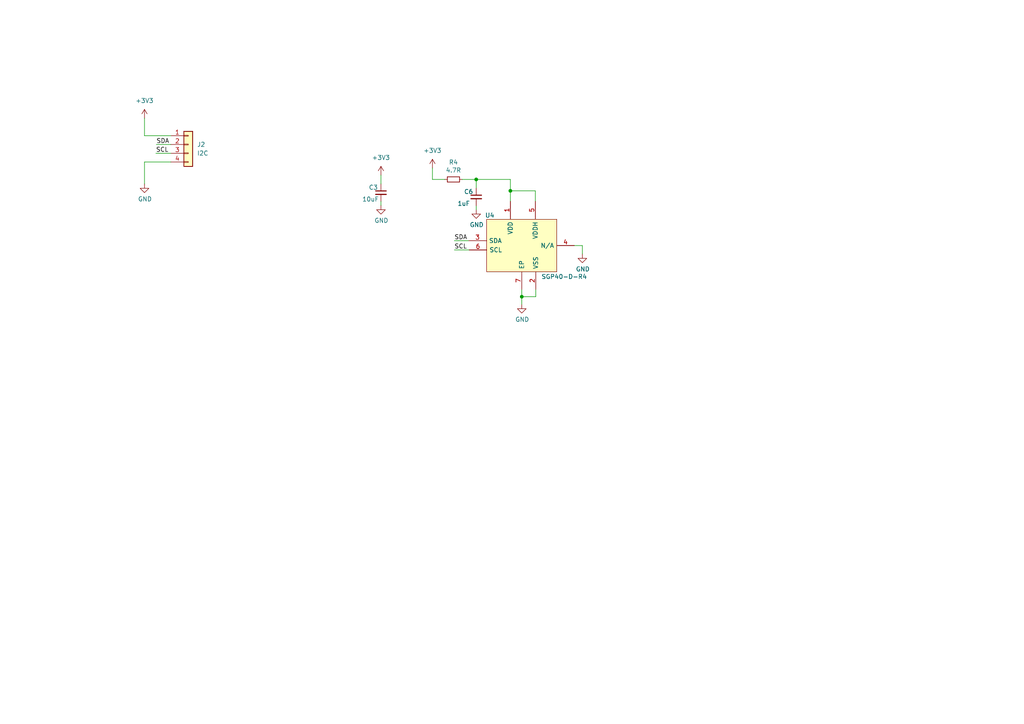
<source format=kicad_sch>
(kicad_sch (version 20211123) (generator eeschema)
  (paper "A4")
  (lib_symbols
    (symbol "Connector_Generic:Conn_01x04" (pin_names (offset 1.016) hide)
      (property "Reference" "J" (at 0 5.08 0))
      (property "Value" "Conn_01x04" (at 0 -7.62 0))
      (symbol "Conn_01x04_1_1"
        (rectangle (start -1.27 -4.953) (end 0 -5.207) (stroke (width 0.1524)))
        (rectangle (start -1.27 -2.413) (end 0 -2.667) (stroke (width 0.1524)))
        (rectangle (start -1.27 0.127) (end 0 -0.127) (stroke (width 0.1524)))
        (rectangle (start -1.27 2.667) (end 0 2.413) (stroke (width 0.1524)))
        (rectangle (start -1.27 3.81) (end 1.27 -6.35) (stroke (width 0.254)) (fill (type background)))
        (pin passive line (at -5.08 2.54 0) (length 3.81) (name "Pin_1") (number "1"))
        (pin passive line (at -5.08 0 0) (length 3.81) (name "Pin_2") (number "2"))
        (pin passive line (at -5.08 -2.54 0) (length 3.81) (name "Pin_3") (number "3"))
        (pin passive line (at -5.08 -5.08 0) (length 3.81) (name "Pin_4") (number "4"))
      )
    )
    (symbol "Device:C_Small" (pin_numbers hide) (pin_names (offset 0.254) hide)
      (property "Reference" "C" (at 0.254 1.778 0))
      (property "Value" "C_Small" (at 0.254 -2.032 0))
      (symbol "C_Small_0_1"
        (polyline (pts (xy -1.524 -0.508) (xy 1.524 -0.508)) (stroke (width 0.3302)))
        (polyline (pts (xy -1.524 0.508) (xy 1.524 0.508)) (stroke (width 0.3048)))
      )
      (symbol "C_Small_1_1"
        (pin passive line (at 0 2.54 270) (length 2.032) (name "~") (number "1"))
        (pin passive line (at 0 -2.54 90) (length 2.032) (name "~") (number "2"))
      )
    )
    (symbol "Device:R_Small" (pin_numbers hide) (pin_names (offset 0.254) hide)
      (property "Reference" "R" (at 0.762 0.508 0))
      (property "Value" "R_Small" (at 0.762 -1.016 0))
      (symbol "R_Small_0_1"
        (rectangle (start -0.762 1.778) (end 0.762 -1.778) (stroke (width 0.2032)))
      )
      (symbol "R_Small_1_1"
        (pin passive line (at 0 2.54 270) (length 0.762) (name "~") (number "1"))
        (pin passive line (at 0 -2.54 90) (length 0.762) (name "~") (number "2"))
      )
    )
    (symbol "hack-it-back:SGP40-D-R4" (pin_names (offset 0.762))
      (property "Reference" "U" (at 10.287 10.541 0))
      (property "Value" "SGP40-D-R4" (at 10.287 8.001 0))
      (symbol "SGP40-D-R4_0_0"
        (pin passive line (at -4.445 10.668 270) (length 5.08) (name "VDD") (number "1"))
        (pin passive line (at 2.921 -14.859 90) (length 5.08) (name "VSS") (number "2"))
        (pin passive line (at -16.51 -0.762 0) (length 5.08) (name "SDA") (number "3"))
        (pin passive line (at 14.097 -2.159 180) (length 5.08) (name "N/A") (number "4"))
        (pin passive line (at 2.794 10.668 270) (length 5.08) (name "VDDH") (number "5"))
        (pin passive line (at -16.383 -3.429 0) (length 5.08) (name "SCL") (number "6"))
        (pin passive line (at -1.143 -14.859 90) (length 5.08) (name "EP") (number "7"))
      )
      (symbol "SGP40-D-R4_0_1"
        (polyline (pts (xy -11.303 5.461) (xy 9.017 5.461) (xy 9.017 -9.779) (xy -11.303 -9.779) (xy -11.303 5.461)) (stroke (width 0.1524)) (fill (type background)))
      )
    )
    (symbol "power:+3.3V" (power) (pin_names (offset 0))
      (property "Value" "+3.3V" (at 0 3.556 0))
      (symbol "+3.3V_0_1"
        (polyline (pts (xy -0.762 1.27) (xy 0 2.54)))
        (polyline (pts (xy 0 0) (xy 0 2.54)))
        (polyline (pts (xy 0 2.54) (xy 0.762 1.27)))
      )
      (symbol "+3.3V_1_1"
        (pin power_in line (at 0 0 90) (length 0) hide (name "+3V3") (number "1"))
      )
    )
    (symbol "power:GND" (power) (pin_names (offset 0))
      (property "Value" "GND" (at 0 -3.81 0))
      (symbol "GND_0_1"
        (polyline (pts (xy 0 0) (xy 0 -1.27) (xy 1.27 -1.27) (xy 0 -2.54) (xy -1.27 -1.27) (xy 0 -1.27)))
      )
      (symbol "GND_1_1"
        (pin power_in line (at 0 0 270) (length 0) hide (name "GND") (number "1"))
      )
    )
  )
  (junction (at 148.0312 55.3466))
  (junction (at 138.1252 52.0446))
  (junction (at 151.3332 86.0552))
  (wire (pts (xy 138.1252 52.0446) (xy 138.1252 54.5846)))
  (wire (pts (xy 110.49 50.8) (xy 110.49 53.34)))
  (wire (pts (xy 131.7752 69.8246) (xy 135.9662 69.8246)))
  (wire (pts (xy 125.4252 52.0446) (xy 128.9812 52.0446)))
  (wire (pts (xy 151.3332 86.0552) (xy 151.3332 88.265)))
  (wire (pts (xy 41.91 39.37) (xy 49.53 39.37)))
  (wire (pts (xy 148.0312 52.0446) (xy 138.1252 52.0446)))
  (wire (pts (xy 138.1252 59.6646) (xy 138.1252 60.8076)))
  (wire (pts (xy 110.49 58.42) (xy 110.49 59.563)))
  (wire (pts (xy 151.3332 86.0552) (xy 151.3332 83.9216)))
  (wire (pts (xy 155.3972 83.9216) (xy 155.3972 86.0552)))
  (wire (pts (xy 45.339 41.91) (xy 49.53 41.91)))
  (wire (pts (xy 155.2702 55.3466) (xy 155.2702 58.3946)))
  (wire (pts (xy 41.91 34.29) (xy 41.91 39.37)))
  (wire (pts (xy 148.0312 55.3466) (xy 148.0312 52.0446)))
  (wire (pts (xy 148.0312 55.3466) (xy 148.0312 58.3946)))
  (wire (pts (xy 125.4252 48.7426) (xy 125.4252 52.0446)))
  (wire (pts (xy 131.7752 72.4916) (xy 136.0932 72.4916)))
  (wire (pts (xy 168.91 73.66) (xy 168.91 71.2216)))
  (wire (pts (xy 155.3972 86.0552) (xy 151.3332 86.0552)))
  (wire (pts (xy 45.212 44.45) (xy 49.53 44.45)))
  (wire (pts (xy 168.91 71.2216) (xy 166.5732 71.2216)))
  (wire (pts (xy 134.0612 52.0446) (xy 138.1252 52.0446)))
  (wire (pts (xy 41.91 53.34) (xy 41.91 46.99)))
  (wire (pts (xy 41.91 46.99) (xy 49.53 46.99)))
  (wire (pts (xy 148.0312 55.3466) (xy 155.2702 55.3466)))
  (label "SDA" (at 131.7752 69.8246 0))
  (label "SCL" (at 131.7752 72.4916 0))
  (label "SDA" (at 45.339 41.91 0))
  (label "SCL" (at 45.212 44.45 0))
  (symbol (lib_id "power:GND") (at 41.91 53.34 0) (unit 1)
    (property "Reference" "#PWR011" (effects hide))
    (property "Value" "GND" (at 42.037 57.7342 0))
  )
  (symbol (lib_id "power:GND") (at 168.91 73.66 0) (unit 1)
    (property "Reference" "#PWR015" (effects hide))
    (property "Value" "GND" (at 169.037 78.0542 0))
  )
  (symbol (lib_id "hack-it-back:SGP40-D-R4") (at 152.4762 69.0626 0) (unit 1)
    (property "Reference" "U4" (at 142.0622 62.4586 0))
    (property "Value" "SGP40-D-R4" (at 163.6522 80.2386 0))
    (property "Footprint" "hack-it-back:SON80P244X244X95-7N" (effects hide))
    (property "Datasheet" "https://www.mouser.com/datasheet/2/682/Sensirion_Gas_Sensors_SGP40_Datasheet-1888696.pdf" (effects hide))
    (property "Description" "Air Quality Sensors Gas Sensor 2.5k pcs IC" (effects hide))
    (property "manf#" "SGP40-D-R4" (effects hide))
  )
  (symbol (lib_id "power:+3.3V") (at 110.49 50.8 0) (unit 1)
    (property "Reference" "#PWR0101" (effects hide))
    (property "Value" "+3.3V" (at 110.49 45.72 0))
  )
  (symbol (lib_id "power:GND") (at 138.1252 60.8076 0) (unit 1)
    (property "Reference" "#PWR013" (effects hide))
    (property "Value" "GND" (at 138.2522 65.2018 0))
  )
  (symbol (lib_id "power:+3.3V") (at 41.91 34.29 0) (unit 1)
    (property "Reference" "#PWR010" (effects hide))
    (property "Value" "+3.3V" (at 41.91 29.21 0))
  )
  (symbol (lib_id "Device:C_Small") (at 110.49 55.88 0) (unit 1)
    (property "Reference" "C3" (at 106.934 54.356 0) (effects (justify left)))
    (property "Value" "10uF" (at 105.029 57.785 0) (effects (justify left)))
    (property "Footprint" "Capacitor_SMD:C_0805_2012Metric" (effects hide))
    (property "manf#" "GRM188R61C106MA73D" (effects hide))
  )
  (symbol (lib_id "power:GND") (at 110.49 59.563 0) (unit 1)
    (property "Reference" "#PWR02" (effects hide))
    (property "Value" "GND" (at 110.617 63.9572 0))
  )
  (symbol (lib_id "Device:R_Small") (at 131.5212 52.0446 270) (unit 1)
    (property "Reference" "R4" (at 131.5212 47.0662 90))
    (property "Value" "4.7R" (at 131.5212 49.3776 90))
    (property "Footprint" "Resistor_SMD:R_0805_2012Metric" (effects hide))
    (property "manf#" "RC0603JR-071KL" (effects hide))
  )
  (symbol (lib_id "power:+3.3V") (at 125.4252 48.7426 0) (unit 1)
    (property "Reference" "#PWR012" (effects hide))
    (property "Value" "+3.3V" (at 125.4252 43.6626 0))
  )
  (symbol (lib_id "Device:C_Small") (at 138.1252 57.1246 0) (unit 1)
    (property "Reference" "C6" (at 134.5692 55.6006 0) (effects (justify left)))
    (property "Value" "1uF" (at 132.6642 59.0296 0) (effects (justify left)))
    (property "Footprint" "Capacitor_SMD:C_0805_2012Metric" (effects hide))
    (property "manf#" "GRM188R61C106MA73D" (effects hide))
  )
  (symbol (lib_id "Connector_Generic:Conn_01x04") (at 54.61 41.91 0) (unit 1)
    (property "Reference" "J2" (at 57.15 41.9099 0) (effects (justify left)))
    (property "Value" "I2C" (at 57.15 44.4499 0) (effects (justify left)))
    (property "Footprint" "Connector_PinHeader_2.54mm:PinHeader_1x04_P2.54mm_Vertical" (effects hide))
  )
  (symbol (lib_id "power:GND") (at 151.3332 88.265 0) (unit 1)
    (property "Reference" "#PWR014" (effects hide))
    (property "Value" "GND" (at 151.4602 92.6592 0))
  )
)
</source>
